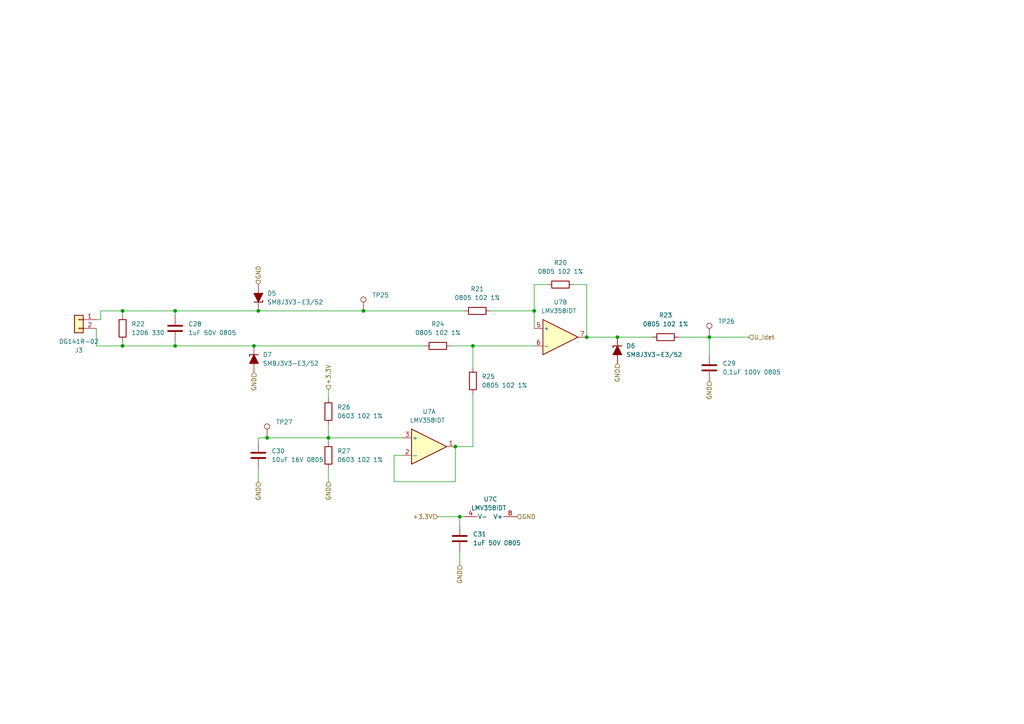
<source format=kicad_sch>
(kicad_sch (version 20230121) (generator eeschema)
  (paper "A4")
  (lib_symbols
    (symbol "Amplifier_Operational:LMV358" (pin_names (offset 0.127))
      (property "Reference" "U" (at 0 5.08 0))
      (property "Value" "LMV358" (at 0 -5.08 0))
      (symbol "LMV358_1_1"
        (polyline (pts (xy -5.08 5.08) (xy 5.08 0) (xy -5.08 -5.08) (xy -5.08 5.08)) (stroke (width 0.254)) (fill (type background)))
        (pin output line (at 7.62 0 180) (length 2.54) (name "~") (number "1"))
        (pin input line (at -7.62 -2.54 0) (length 2.54) (name "-") (number "2"))
        (pin input line (at -7.62 2.54 0) (length 2.54) (name "+") (number "3"))
      )
      (symbol "LMV358_2_1"
        (polyline (pts (xy -5.08 5.08) (xy 5.08 0) (xy -5.08 -5.08) (xy -5.08 5.08)) (stroke (width 0.254)) (fill (type background)))
        (pin input line (at -7.62 2.54 0) (length 2.54) (name "+") (number "5"))
        (pin input line (at -7.62 -2.54 0) (length 2.54) (name "-") (number "6"))
        (pin output line (at 7.62 0 180) (length 2.54) (name "~") (number "7"))
      )
      (symbol "LMV358_3_1"
        (pin power_in line (at -2.54 -7.62 90) (length 3.81) (name "V-") (number "4"))
        (pin power_in line (at -2.54 7.62 270) (length 3.81) (name "V+") (number "8"))
      )
    )
    (symbol "Connector:TestPoint" (pin_numbers hide) (pin_names (offset 0.762) hide)
      (property "Reference" "TP" (at 0 6.858 0))
      (property "Value" "TestPoint" (at 0 5.08 0))
      (symbol "TestPoint_0_1"
        (circle (center 0 3.302) (radius 0.762))
      )
      (symbol "TestPoint_1_1"
        (pin passive line (at 0 0 90) (length 2.54) (name "1") (number "1"))
      )
    )
    (symbol "Connector_Generic:Conn_01x02" (pin_names (offset 1.016) hide)
      (property "Reference" "J" (at 0 2.54 0))
      (property "Value" "Conn_01x02" (at 0 -5.08 0))
      (symbol "Conn_01x02_1_1"
        (rectangle (start -1.27 -2.413) (end 0 -2.667) (stroke (width 0.1524)))
        (rectangle (start -1.27 0.127) (end 0 -0.127) (stroke (width 0.1524)))
        (rectangle (start -1.27 1.27) (end 1.27 -3.81) (stroke (width 0.254)) (fill (type background)))
        (pin passive line (at -5.08 0 0) (length 3.81) (name "Pin_1") (number "1"))
        (pin passive line (at -5.08 -2.54 0) (length 3.81) (name "Pin_2") (number "2"))
      )
    )
    (symbol "Device:C" (pin_numbers hide) (pin_names (offset 0.254))
      (property "Reference" "C" (at 0.635 2.54 0))
      (property "Value" "C" (at 0.635 -2.54 0))
      (symbol "C_0_1"
        (polyline (pts (xy -2.032 -0.762) (xy 2.032 -0.762)) (stroke (width 0.508)))
        (polyline (pts (xy -2.032 0.762) (xy 2.032 0.762)) (stroke (width 0.508)))
      )
      (symbol "C_1_1"
        (pin passive line (at 0 3.81 270) (length 2.794) (name "~") (number "1"))
        (pin passive line (at 0 -3.81 90) (length 2.794) (name "~") (number "2"))
      )
    )
    (symbol "Device:R" (pin_numbers hide) (pin_names (offset 0))
      (property "Reference" "R" (at 2.032 0 90))
      (property "Value" "R" (at 0 0 90))
      (symbol "R_0_1"
        (rectangle (start -1.016 -2.54) (end 1.016 2.54) (stroke (width 0.254)))
      )
      (symbol "R_1_1"
        (pin passive line (at 0 3.81 270) (length 1.27) (name "~") (number "1"))
        (pin passive line (at 0 -3.81 90) (length 1.27) (name "~") (number "2"))
      )
    )
    (symbol "PCM_Diode_TVS_AKL:SMBJ5.0A" (pin_numbers hide) (pin_names (offset 1.016) hide)
      (property "Reference" "D" (at 0 5.08 0))
      (property "Value" "SMBJ5.0A" (at 0 2.54 0))
      (symbol "SMBJ5.0A_0_1"
        (polyline (pts (xy -1.27 0) (xy 1.27 0)))
        (polyline (pts (xy 1.27 -1.27) (xy 1.27 1.27)) (stroke (width 0.254)))
        (polyline (pts (xy 1.27 1.27) (xy 0.762 1.27)) (stroke (width 0.254)))
        (polyline (pts (xy -1.27 1.27) (xy -1.27 -1.27) (xy 1.27 0) (xy -1.27 1.27)) (stroke (width 0.254)) (fill (type outline)))
      )
      (symbol "SMBJ5.0A_1_1"
        (pin passive line (at 3.81 0 180) (length 2.54) (name "K") (number "1"))
        (pin passive line (at -3.81 0 0) (length 2.54) (name "A") (number "2"))
      )
    )
  )
  (junction (at 35.56 100.33))
  (junction (at 95.25 127))
  (junction (at 154.94 90.17))
  (junction (at 133.35 149.86))
  (junction (at 50.8 100.33))
  (junction (at 105.41 90.17))
  (junction (at 35.56 90.17))
  (junction (at 132.08 129.54))
  (junction (at 137.16 100.33))
  (junction (at 74.93 90.17))
  (junction (at 170.18 97.79))
  (junction (at 179.07 97.79))
  (junction (at 77.47 127))
  (junction (at 205.74 97.79))
  (junction (at 50.8 90.17))
  (junction (at 73.66 100.33))
  (wire (pts (xy 154.94 95.25) (xy 154.94 90.17)))
  (wire (pts (xy 170.18 97.79) (xy 170.18 82.55)))
  (wire (pts (xy 105.41 90.17) (xy 134.62 90.17)))
  (wire (pts (xy 27.94 92.71) (xy 29.21 92.71)))
  (wire (pts (xy 27.94 100.33) (xy 35.56 100.33)))
  (wire (pts (xy 170.18 97.79) (xy 179.07 97.79)))
  (wire (pts (xy 132.08 129.54) (xy 137.16 129.54)))
  (wire (pts (xy 116.84 132.08) (xy 114.3 132.08)))
  (wire (pts (xy 35.56 90.17) (xy 50.8 90.17)))
  (wire (pts (xy 74.93 135.89) (xy 74.93 139.7)))
  (wire (pts (xy 133.35 149.86) (xy 133.35 152.4)))
  (wire (pts (xy 158.75 82.55) (xy 154.94 82.55)))
  (wire (pts (xy 50.8 90.17) (xy 50.8 91.44)))
  (wire (pts (xy 137.16 129.54) (xy 137.16 114.3)))
  (wire (pts (xy 137.16 106.68) (xy 137.16 100.33)))
  (wire (pts (xy 35.56 100.33) (xy 50.8 100.33)))
  (wire (pts (xy 74.93 90.17) (xy 105.41 90.17)))
  (wire (pts (xy 137.16 100.33) (xy 154.94 100.33)))
  (wire (pts (xy 74.93 127) (xy 77.47 127)))
  (wire (pts (xy 179.07 97.79) (xy 189.23 97.79)))
  (wire (pts (xy 29.21 92.71) (xy 29.21 90.17)))
  (wire (pts (xy 50.8 90.17) (xy 74.93 90.17)))
  (wire (pts (xy 95.25 123.19) (xy 95.25 127)))
  (wire (pts (xy 114.3 132.08) (xy 114.3 139.7)))
  (wire (pts (xy 95.25 113.03) (xy 95.25 115.57)))
  (wire (pts (xy 170.18 82.55) (xy 166.37 82.55)))
  (wire (pts (xy 196.85 97.79) (xy 205.74 97.79)))
  (wire (pts (xy 95.25 139.7) (xy 95.25 135.89)))
  (wire (pts (xy 35.56 91.44) (xy 35.56 90.17)))
  (wire (pts (xy 95.25 127) (xy 95.25 128.27)))
  (wire (pts (xy 142.24 90.17) (xy 154.94 90.17)))
  (wire (pts (xy 132.08 139.7) (xy 132.08 129.54)))
  (wire (pts (xy 130.81 100.33) (xy 137.16 100.33)))
  (wire (pts (xy 27.94 95.25) (xy 27.94 100.33)))
  (wire (pts (xy 205.74 102.87) (xy 205.74 97.79)))
  (wire (pts (xy 73.66 100.33) (xy 123.19 100.33)))
  (wire (pts (xy 133.35 160.02) (xy 133.35 163.83)))
  (wire (pts (xy 29.21 90.17) (xy 35.56 90.17)))
  (wire (pts (xy 35.56 99.06) (xy 35.56 100.33)))
  (wire (pts (xy 154.94 82.55) (xy 154.94 90.17)))
  (wire (pts (xy 95.25 127) (xy 116.84 127)))
  (wire (pts (xy 127 149.86) (xy 133.35 149.86)))
  (wire (pts (xy 77.47 127) (xy 95.25 127)))
  (wire (pts (xy 50.8 99.06) (xy 50.8 100.33)))
  (wire (pts (xy 50.8 100.33) (xy 73.66 100.33)))
  (wire (pts (xy 74.93 128.27) (xy 74.93 127)))
  (wire (pts (xy 205.74 97.79) (xy 217.17 97.79)))
  (wire (pts (xy 114.3 139.7) (xy 132.08 139.7)))
  (wire (pts (xy 133.35 149.86) (xy 134.62 149.86)))
  (hierarchical_label "U_Idet" (shape input) (at 217.17 97.79 0))
  (hierarchical_label "GND" (shape input) (at 73.66 107.95 270))
  (hierarchical_label "GND" (shape input) (at 95.25 139.7 270))
  (hierarchical_label "GND" (shape input) (at 149.86 149.86 0))
  (hierarchical_label "GND" (shape input) (at 205.74 110.49 270))
  (hierarchical_label "GND" (shape input) (at 179.07 105.41 270))
  (hierarchical_label "GND" (shape input) (at 74.93 139.7 270))
  (hierarchical_label "GND" (shape input) (at 133.35 163.83 270))
  (hierarchical_label "+3.3V" (shape input) (at 127 149.86 180))
  (hierarchical_label "+3.3V" (shape input) (at 95.25 113.03 90))
  (hierarchical_label "GND" (shape input) (at 74.93 82.55 90))
  (symbol (lib_id "Device:R") (at 95.25 132.08 0) (unit 1)
    (property "Reference" "R27" (at 97.79 130.81 0) (effects (justify left)))
    (property "Value" "0603 102 1%" (at 97.79 133.35 0) (effects (justify left)))
    (property "Footprint" "Resistor_SMD:R_0603_1608Metric_Pad0.98x0.95mm_HandSolder" (effects hide))
  )
  (symbol (lib_id "Connector:TestPoint") (at 205.74 97.79 0) (unit 1) (in_bom no)
    (property "Reference" "TP26" (at 208.28 93.218 0) (effects (justify left)))
    (property "Value" "TestPoint" (effects hide))
    (property "Footprint" "PCM_4ms_TestPoint:TestPoint_D1" (effects hide))
  )
  (symbol (lib_id "Amplifier_Operational:LMV358") (at 124.46 129.54 0) (unit 1)
    (property "Reference" "U7" (at 124.46 119.38 0))
    (property "Value" "LMV358IDT " (at 124.46 121.92 0))
    (property "Footprint" "PCM_Package_SO_AKL:SO-8_3.9x4.9mm_P1.27mm" (effects hide))
    (property "Datasheet" "http://www.ti.com/lit/ds/symlink/lmv324.pdf" (effects hide))
  )
  (symbol (lib_id "Device:R") (at 193.04 97.79 90) (unit 1)
    (property "Reference" "R23" (at 193.04 91.44 90))
    (property "Value" "0805 102 1%" (at 193.04 93.98 90))
    (property "Footprint" "Resistor_SMD:R_0805_2012Metric_Pad1.20x1.40mm_HandSolder" (effects hide))
  )
  (symbol (lib_id "PCM_Diode_TVS_AKL:SMBJ5.0A") (at 74.93 86.36 270) (unit 1)
    (property "Reference" "D5" (at 77.47 85.09 90) (effects (justify left)))
    (property "Value" "SMBJ3V3-E3/52" (at 77.47 87.63 90) (effects (justify left)))
    (property "Footprint" "Diode_SMD:D_SMB" (effects hide))
    (property "Datasheet" "https://www.tme.eu/Document/0b6222bec7e12d83185b51d73cb6a54d/SMBJ_ser.pdf" (effects hide))
  )
  (symbol (lib_id "Connector:TestPoint") (at 77.47 127 0) (unit 1) (in_bom no)
    (property "Reference" "TP27" (at 80.01 122.428 0) (effects (justify left)))
    (property "Value" "TestPoint" (effects hide))
    (property "Footprint" "PCM_4ms_TestPoint:TestPoint_D1" (effects hide))
  )
  (symbol (lib_id "Connector_Generic:Conn_01x02") (at 22.86 92.71 0) (mirror y) (unit 1)
    (property "Reference" "J3" (at 22.86 101.6 0))
    (property "Value" "DG141R-02" (at 22.86 99.06 0))
    (property "Footprint" "Connector:DG141R-02" (effects hide))
    (instances (project "Плата симистров" (path "" (reference "J3") (unit 1))) (project "Доп плата печи" (path "" (reference "J5") (unit 1)) (path "" (reference "J7") (unit 1)) (path "" (reference "J8") (unit 1)) (path "" (reference "J9") (unit 1))))
  )
  (symbol (lib_id "Device:R") (at 138.43 90.17 90) (unit 1)
    (property "Reference" "R21" (at 138.43 83.82 90))
    (property "Value" "0805 102 1%" (at 138.43 86.36 90))
    (property "Footprint" "Resistor_SMD:R_0805_2012Metric_Pad1.20x1.40mm_HandSolder" (effects hide))
  )
  (symbol (lib_id "Device:R") (at 162.56 82.55 90) (unit 1)
    (property "Reference" "R20" (at 162.56 76.2 90))
    (property "Value" "0805 102 1%" (at 162.56 78.74 90))
    (property "Footprint" "Resistor_SMD:R_0805_2012Metric_Pad1.20x1.40mm_HandSolder" (effects hide))
  )
  (symbol (lib_id "Device:C") (at 74.93 132.08 0) (unit 1)
    (property "Reference" "C30" (at 78.74 130.81 0) (effects (justify left)))
    (property "Value" "10uF 16V 0805" (at 78.74 133.35 0) (effects (justify left)))
    (property "Footprint" "Capacitor_SMD:C_0805_2012Metric" (effects hide))
  )
  (symbol (lib_id "Device:C") (at 205.74 106.68 0) (unit 1)
    (property "Reference" "C29" (at 209.55 105.41 0) (effects (justify left)))
    (property "Value" "0,1uF 100V 0805" (at 209.55 107.95 0) (effects (justify left)))
    (property "Footprint" "Capacitor_SMD:C_0805_2012Metric_Pad1.18x1.45mm_HandSolder" (effects hide))
  )
  (symbol (lib_id "Amplifier_Operational:LMV358") (at 142.24 152.4 270) (unit 3)
    (property "Reference" "U7" (at 142.24 144.78 90))
    (property "Value" "LMV358IDT " (at 142.24 147.32 90))
    (property "Footprint" "PCM_Package_SO_AKL:SO-8_3.9x4.9mm_P1.27mm" (effects hide))
    (property "Datasheet" "http://www.ti.com/lit/ds/symlink/lmv324.pdf" (effects hide))
  )
  (symbol (lib_id "PCM_Diode_TVS_AKL:SMBJ5.0A") (at 73.66 104.14 90) (unit 1)
    (property "Reference" "D7" (at 76.2 102.87 90) (effects (justify right)))
    (property "Value" "SMBJ3V3-E3/52" (at 76.2 105.41 90) (effects (justify right)))
    (property "Footprint" "Diode_SMD:D_SMB" (effects hide))
    (property "Datasheet" "https://www.tme.eu/Document/0b6222bec7e12d83185b51d73cb6a54d/SMBJ_ser.pdf" (effects hide))
  )
  (symbol (lib_id "PCM_Diode_TVS_AKL:SMBJ5.0A") (at 179.07 101.6 90) (unit 1)
    (property "Reference" "D6" (at 181.61 100.33 90) (effects (justify right)))
    (property "Value" "SMBJ3V3-E3/52" (at 181.61 102.87 90) (effects (justify right)))
    (property "Footprint" "Diode_SMD:D_SMB" (effects hide))
    (property "Datasheet" "https://www.tme.eu/Document/0b6222bec7e12d83185b51d73cb6a54d/SMBJ_ser.pdf" (effects hide))
  )
  (symbol (lib_id "Device:R") (at 137.16 110.49 0) (unit 1)
    (property "Reference" "R25" (at 139.7 109.22 0) (effects (justify left)))
    (property "Value" "0805 102 1%" (at 139.7 111.76 0) (effects (justify left)))
    (property "Footprint" "Resistor_SMD:R_0805_2012Metric_Pad1.20x1.40mm_HandSolder" (effects hide))
  )
  (symbol (lib_id "Connector:TestPoint") (at 105.41 90.17 0) (unit 1) (in_bom no)
    (property "Reference" "TP25" (at 107.95 85.598 0) (effects (justify left)))
    (property "Value" "TestPoint" (effects hide))
    (property "Footprint" "PCM_4ms_TestPoint:TestPoint_D1" (effects hide))
  )
  (symbol (lib_id "Device:C") (at 50.8 95.25 0) (unit 1)
    (property "Reference" "C28" (at 54.61 93.98 0) (effects (justify left)))
    (property "Value" "1uF 50V 0805" (at 54.61 96.52 0) (effects (justify left)))
    (property "Footprint" "Capacitor_SMD:C_0805_2012Metric_Pad1.18x1.45mm_HandSolder" (effects hide))
  )
  (symbol (lib_id "Device:R") (at 35.56 95.25 0) (unit 1)
    (property "Reference" "R22" (at 38.1 93.98 0) (effects (justify left)))
    (property "Value" "1206 330" (at 38.1 96.52 0) (effects (justify left)))
    (property "Footprint" "Resistor_SMD:R_1206_3216Metric_Pad1.30x1.75mm_HandSolder" (effects hide))
  )
  (symbol (lib_id "Amplifier_Operational:LMV358") (at 162.56 97.79 0) (unit 2)
    (property "Reference" "U7" (at 162.56 87.63 0))
    (property "Value" "LMV358IDT " (at 162.56 90.17 0))
    (property "Footprint" "PCM_Package_SO_AKL:SO-8_3.9x4.9mm_P1.27mm" (effects hide))
    (property "Datasheet" "http://www.ti.com/lit/ds/symlink/lmv324.pdf" (effects hide))
  )
  (symbol (lib_id "Device:R") (at 95.25 119.38 0) (unit 1)
    (property "Reference" "R26" (at 97.79 118.11 0) (effects (justify left)))
    (property "Value" "0603 102 1%" (at 97.79 120.65 0) (effects (justify left)))
    (property "Footprint" "Resistor_SMD:R_0603_1608Metric_Pad0.98x0.95mm_HandSolder" (effects hide))
  )
  (symbol (lib_id "Device:C") (at 133.35 156.21 0) (unit 1)
    (property "Reference" "C31" (at 137.16 154.94 0) (effects (justify left)))
    (property "Value" "1uF 50V 0805" (at 137.16 157.48 0) (effects (justify left)))
    (property "Footprint" "Capacitor_SMD:C_0805_2012Metric_Pad1.18x1.45mm_HandSolder" (effects hide))
  )
  (symbol (lib_id "Device:R") (at 127 100.33 90) (unit 1)
    (property "Reference" "R24" (at 127 93.98 90))
    (property "Value" "0805 102 1%" (at 127 96.52 90))
    (property "Footprint" "Resistor_SMD:R_0805_2012Metric_Pad1.20x1.40mm_HandSolder" (effects hide))
  )
)
</source>
